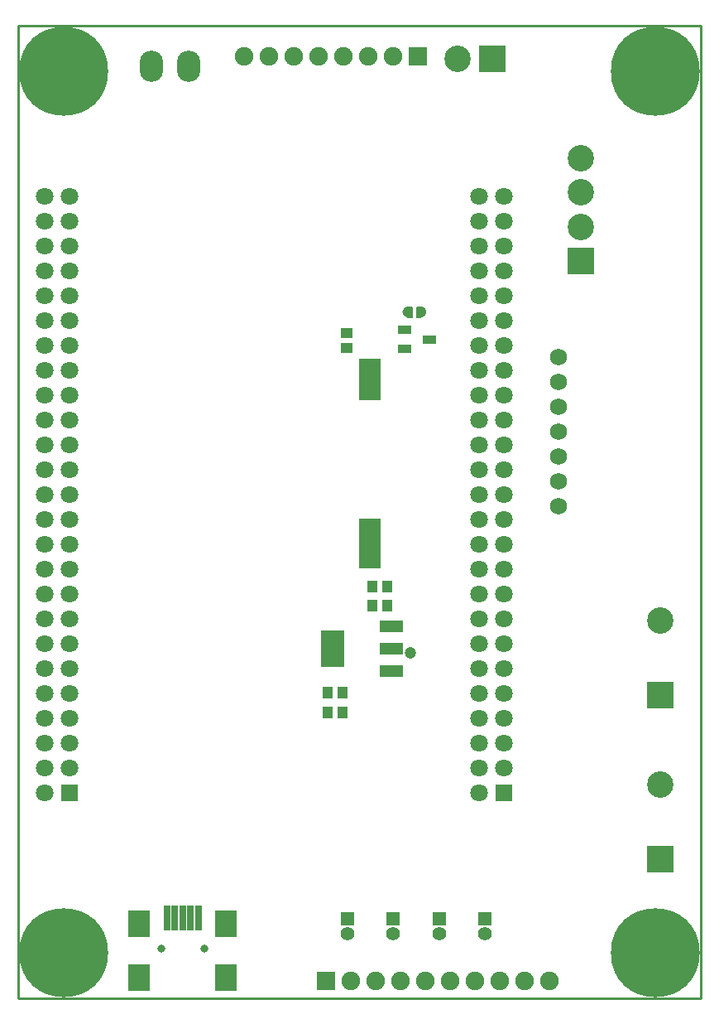
<source format=gts>
G04*
G04 #@! TF.GenerationSoftware,Altium Limited,Altium Designer,19.0.4 (130)*
G04*
G04 Layer_Color=8388736*
%FSTAX25Y25*%
%MOIN*%
G70*
G01*
G75*
%ADD10C,0.01000*%
%ADD13C,0.00800*%
%ADD24R,0.08674X0.10642*%
%ADD25R,0.02769X0.09855*%
%ADD26R,0.04658X0.04461*%
%ADD27R,0.08674X0.20485*%
%ADD28R,0.08674X0.16548*%
%ADD29C,0.03162*%
%ADD30R,0.05721X0.03556*%
%ADD31R,0.04461X0.04658*%
%ADD32C,0.04737*%
%ADD33R,0.09461X0.04737*%
%ADD34R,0.09461X0.14580*%
%ADD35C,0.35800*%
%ADD36C,0.04300*%
%ADD37C,0.07493*%
%ADD38R,0.07493X0.07493*%
%ADD39C,0.10642*%
%ADD40R,0.10642X0.10642*%
%ADD41O,0.09461X0.12611*%
%ADD42R,0.10642X0.10642*%
%ADD43C,0.07099*%
%ADD44R,0.07099X0.07099*%
%ADD45R,0.05524X0.05524*%
%ADD46C,0.05524*%
%ADD47C,0.06800*%
G36*
X0158575Y0278169D02*
X0157075D01*
X0156677D01*
X0155942Y0277865D01*
X0155379Y0277302D01*
X0155075Y0276567D01*
Y0276169D01*
Y0275771D01*
X0155379Y0275036D01*
X0155942Y0274474D01*
X0156677Y0274169D01*
X0157075D01*
D01*
X0158575D01*
Y0278169D01*
D02*
G37*
G36*
X0160575Y0274169D02*
X0162075D01*
X0162473D01*
X0163208Y0274474D01*
X016377Y0275036D01*
X0164075Y0275771D01*
Y0276169D01*
Y0276567D01*
X016377Y0277302D01*
X0163208Y0277865D01*
X0162473Y0278169D01*
X0162075D01*
D01*
X0160575D01*
Y0274169D01*
D02*
G37*
D10*
X0Y-0D02*
Y0391339D01*
X0274803D01*
Y0D02*
Y0391339D01*
X0Y-0D02*
X0274803Y0D01*
D13*
X0162075Y0274169D02*
G03*
X0162075Y0278169I0J0002D01*
G01*
X0157075D02*
G03*
X0157075Y0274169I0J-0002D01*
G01*
X0160575D02*
X0162075D01*
X0160575Y0278169D02*
X0162075D01*
X0160575Y0274169D02*
Y0278169D01*
X0157075D02*
X0158575D01*
X0157075Y0274169D02*
X0158575D01*
Y0278169D01*
D24*
X0083662Y0008236D02*
D03*
X0048622Y0008236D02*
D03*
Y002989D02*
D03*
X0083662D02*
D03*
D25*
X0059843Y0032283D02*
D03*
X0062992D02*
D03*
X0066142D02*
D03*
X0069291D02*
D03*
X0072441D02*
D03*
D26*
X0132283Y0267599D02*
D03*
Y0261536D02*
D03*
D27*
X0141575Y0183169D02*
D03*
D28*
Y0249169D02*
D03*
D29*
X0162075Y0276169D02*
D03*
X0157075D02*
D03*
X0074803Y0020047D02*
D03*
X0057481Y0020047D02*
D03*
D30*
X0165496Y0265169D02*
D03*
X0155654Y0261429D02*
D03*
Y026891D02*
D03*
D31*
X0142543Y0165669D02*
D03*
X0148606D02*
D03*
X0142543Y0158169D02*
D03*
X0148606D02*
D03*
X0130606Y0123169D02*
D03*
X0124543D02*
D03*
X0130606Y0115169D02*
D03*
X0124543D02*
D03*
D32*
X0158075Y0139169D02*
D03*
D33*
X0150197Y0131614D02*
D03*
Y0140669D02*
D03*
Y0149724D02*
D03*
D34*
X0126575Y0140669D02*
D03*
D35*
X0018305Y001844D02*
D03*
X0256693Y0372948D02*
D03*
X0018305D02*
D03*
X0256693Y001844D02*
D03*
D36*
X0012205Y0029005D02*
D03*
X0024405D02*
D03*
X0030505Y001844D02*
D03*
X0024405Y0007874D02*
D03*
X0012205D02*
D03*
X0006105Y001844D02*
D03*
X0250593Y0383513D02*
D03*
X0262793D02*
D03*
X0268893Y0372948D02*
D03*
X0262793Y0362382D02*
D03*
X0250593D02*
D03*
X0244493Y0372948D02*
D03*
X0012205Y0383513D02*
D03*
X0024405D02*
D03*
X0030505Y0372948D02*
D03*
X0024405Y0362382D02*
D03*
X0012205D02*
D03*
X0006105Y0372948D02*
D03*
X0250593Y0029005D02*
D03*
X0262793D02*
D03*
X0268893Y001844D02*
D03*
X0262793Y0007874D02*
D03*
X0250593D02*
D03*
X0244493Y001844D02*
D03*
D37*
X0091075Y0379169D02*
D03*
X0101075D02*
D03*
X0111075D02*
D03*
X0121075D02*
D03*
X0131075D02*
D03*
X0141075D02*
D03*
X0151075D02*
D03*
X0173937Y0007087D02*
D03*
X0163937D02*
D03*
X0153937D02*
D03*
X0143937D02*
D03*
X0133937D02*
D03*
X0183937D02*
D03*
X0193937D02*
D03*
X0203937D02*
D03*
X0213937D02*
D03*
D38*
X0161075Y0379169D02*
D03*
X0123937Y0007087D02*
D03*
D39*
X0177075Y0378169D02*
D03*
X0258575Y0086169D02*
D03*
Y0152169D02*
D03*
X0226574Y0324229D02*
D03*
X0226575Y0310449D02*
D03*
X0226574Y0338008D02*
D03*
D40*
X0190854Y0378169D02*
D03*
D41*
X0068575Y0375169D02*
D03*
X0053575Y0375169D02*
D03*
D42*
X0258575Y0056169D02*
D03*
Y0122169D02*
D03*
X0226575Y0296669D02*
D03*
D43*
X0020575Y0282669D02*
D03*
X0010575D02*
D03*
X0020575Y0292669D02*
D03*
X0010575D02*
D03*
X0020575Y0302669D02*
D03*
X0010575D02*
D03*
X0020575Y0312669D02*
D03*
X0010575D02*
D03*
X0020575Y0322669D02*
D03*
X0010575D02*
D03*
X0010575Y0272669D02*
D03*
X0020575D02*
D03*
X0010575Y0262669D02*
D03*
X0020575D02*
D03*
X0010575Y0252669D02*
D03*
X0020575D02*
D03*
X0010575Y0242669D02*
D03*
X0020575D02*
D03*
X0010575Y0232669D02*
D03*
X0020575D02*
D03*
X0010575Y0222669D02*
D03*
X0020575D02*
D03*
X0010575Y0212669D02*
D03*
X0020575D02*
D03*
X0010575Y0202669D02*
D03*
X0020575D02*
D03*
X0010575Y0192669D02*
D03*
X0020575D02*
D03*
X0010575Y0182669D02*
D03*
X0020575D02*
D03*
X0010575Y0172669D02*
D03*
X0020575D02*
D03*
X0010575Y0162669D02*
D03*
X0020575D02*
D03*
X0010575Y0152669D02*
D03*
X0020575D02*
D03*
X0010575Y0142669D02*
D03*
X0020575D02*
D03*
X0010575Y0132669D02*
D03*
X0020575D02*
D03*
X0010575Y0122669D02*
D03*
X0020575D02*
D03*
X0010575Y0112669D02*
D03*
X0020575D02*
D03*
X0010575Y0102669D02*
D03*
X0020575D02*
D03*
X0010575Y0092669D02*
D03*
X0020575D02*
D03*
X0010575Y0082669D02*
D03*
X0185675D02*
D03*
X0195675Y0092669D02*
D03*
X0185675D02*
D03*
X0195675Y0102669D02*
D03*
X0185675D02*
D03*
X0195675Y0112669D02*
D03*
X0185675D02*
D03*
X0195675Y0122669D02*
D03*
X0185675D02*
D03*
X0195675Y0132669D02*
D03*
X0185675D02*
D03*
X0195675Y0142669D02*
D03*
X0185675D02*
D03*
X0195675Y0152669D02*
D03*
X0185675D02*
D03*
X0195675Y0162669D02*
D03*
X0185675D02*
D03*
X0195675Y0172669D02*
D03*
X0185675D02*
D03*
X0195675Y0182669D02*
D03*
X0185675D02*
D03*
X0195675Y0192669D02*
D03*
X0185675D02*
D03*
X0195675Y0202669D02*
D03*
X0185675D02*
D03*
X0195675Y0212669D02*
D03*
X0185675D02*
D03*
X0195675Y0222669D02*
D03*
X0185675D02*
D03*
X0195675Y0232669D02*
D03*
X0185675D02*
D03*
X0195675Y0242669D02*
D03*
X0185675D02*
D03*
X0195675Y0252669D02*
D03*
X0185675D02*
D03*
X0195675Y0262669D02*
D03*
X0185675D02*
D03*
X0195675Y0272669D02*
D03*
X0185675D02*
D03*
X0185675Y0322669D02*
D03*
X0195675D02*
D03*
X0185675Y0312669D02*
D03*
X0195675D02*
D03*
X0185675Y0302669D02*
D03*
X0195675D02*
D03*
X0185675Y0292669D02*
D03*
X0195675D02*
D03*
X0185675Y0282669D02*
D03*
X0195675D02*
D03*
D44*
X0020575Y0082669D02*
D03*
X0195675D02*
D03*
D45*
X0188051Y0031941D02*
D03*
X0169551Y0032035D02*
D03*
X0151051Y0031941D02*
D03*
X0132551D02*
D03*
D46*
X0188051Y0026035D02*
D03*
X0169551Y002613D02*
D03*
X0151051Y0026035D02*
D03*
X0132551D02*
D03*
D47*
X0217575Y0258169D02*
D03*
Y0248169D02*
D03*
Y0238169D02*
D03*
Y0228169D02*
D03*
Y0218169D02*
D03*
Y0208169D02*
D03*
Y0198169D02*
D03*
M02*

</source>
